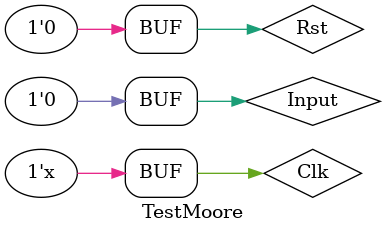
<source format=v>
`timescale 1ns / 1ps


module TestMoore;

	// Inputs
	reg Clk;
	reg Rst;
	reg Input;

	// Outputs
	wire Output;

	// Instantiate the Unit Under Test (UUT)
	Moore_4 uut (
		.Clk(Clk), 
		.Rst(Rst), 
		.Input(Input), 
		.Output(Output)
	);

	always #30 Clk=~Clk;

	initial begin
		// Initialize Inputs
		Clk = 0;
		Rst = 0;
		Input = 0;
		#100;
		
		Rst=1;
		#30;
		Rst=0;
		Input=0;
		#30;
		Input=0;
		#30;
		Input=1;
		#30;
		Input=0;
		#30;
		Input=1;
		#30;
		Input=1;
		#30;
		Input=0;
		#30;
		Input=0;
		#30;
		Input=1;
		#30;
		Input=0;
		#30;
		Input=1;
		#30;
		Input=1;
		#30;
		Input=0;
		
        
		// Add stimulus here

	end
endmodule


</source>
